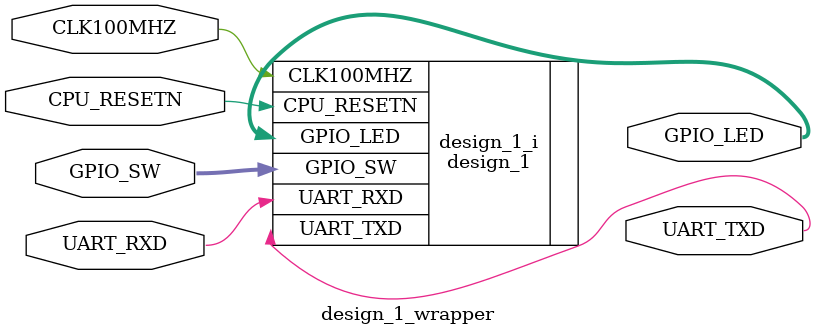
<source format=v>
`timescale 1 ps / 1 ps

module design_1_wrapper
   (CLK100MHZ,
    CPU_RESETN,
    GPIO_LED,
    GPIO_SW,
    UART_RXD,
    UART_TXD);
  input CLK100MHZ;
  input CPU_RESETN;
  output [3:0]GPIO_LED;
  input [3:0]GPIO_SW;
  input UART_RXD;
  output UART_TXD;

  wire CLK100MHZ;
  wire CPU_RESETN;
  wire [3:0]GPIO_LED;
  wire [3:0]GPIO_SW;
  wire UART_RXD;
  wire UART_TXD;

  design_1 design_1_i
       (.CLK100MHZ(CLK100MHZ),
        .CPU_RESETN(CPU_RESETN),
        .GPIO_LED(GPIO_LED),
        .GPIO_SW(GPIO_SW),
        .UART_RXD(UART_RXD),
        .UART_TXD(UART_TXD));
endmodule

</source>
